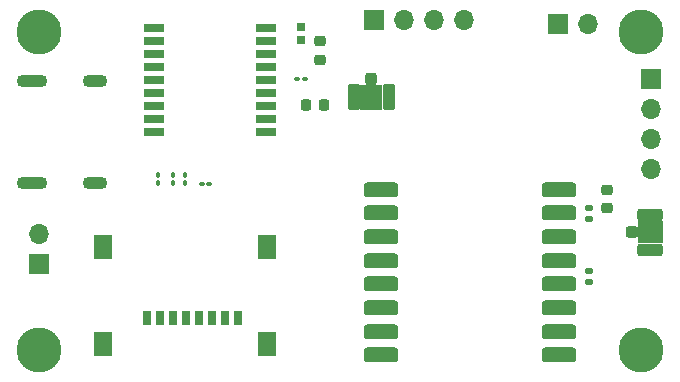
<source format=gbr>
%TF.GenerationSoftware,KiCad,Pcbnew,8.0.6*%
%TF.CreationDate,2024-11-04T20:58:39-05:00*%
%TF.ProjectId,VanguardFlightComputer,56616e67-7561-4726-9446-6c6967687443,rev?*%
%TF.SameCoordinates,Original*%
%TF.FileFunction,Soldermask,Bot*%
%TF.FilePolarity,Negative*%
%FSLAX46Y46*%
G04 Gerber Fmt 4.6, Leading zero omitted, Abs format (unit mm)*
G04 Created by KiCad (PCBNEW 8.0.6) date 2024-11-04 20:58:39*
%MOMM*%
%LPD*%
G01*
G04 APERTURE LIST*
G04 Aperture macros list*
%AMRoundRect*
0 Rectangle with rounded corners*
0 $1 Rounding radius*
0 $2 $3 $4 $5 $6 $7 $8 $9 X,Y pos of 4 corners*
0 Add a 4 corners polygon primitive as box body*
4,1,4,$2,$3,$4,$5,$6,$7,$8,$9,$2,$3,0*
0 Add four circle primitives for the rounded corners*
1,1,$1+$1,$2,$3*
1,1,$1+$1,$4,$5*
1,1,$1+$1,$6,$7*
1,1,$1+$1,$8,$9*
0 Add four rect primitives between the rounded corners*
20,1,$1+$1,$2,$3,$4,$5,0*
20,1,$1+$1,$4,$5,$6,$7,0*
20,1,$1+$1,$6,$7,$8,$9,0*
20,1,$1+$1,$8,$9,$2,$3,0*%
G04 Aperture macros list end*
%ADD10R,1.700000X1.700000*%
%ADD11O,1.700000X1.700000*%
%ADD12R,0.800000X1.200000*%
%ADD13R,1.500000X2.000000*%
%ADD14R,1.800000X0.700000*%
%ADD15R,1.800000X0.800000*%
%ADD16R,0.650000X0.700000*%
%ADD17C,2.600000*%
%ADD18C,3.800000*%
%ADD19O,2.100000X1.100000*%
%ADD20O,2.600000X1.100000*%
%ADD21RoundRect,0.250000X-0.250000X0.275000X-0.250000X-0.275000X0.250000X-0.275000X0.250000X0.275000X0*%
%ADD22RoundRect,0.250000X-0.275000X0.850000X-0.275000X-0.850000X0.275000X-0.850000X0.275000X0.850000X0*%
%ADD23RoundRect,0.140000X-0.170000X0.140000X-0.170000X-0.140000X0.170000X-0.140000X0.170000X0.140000X0*%
%ADD24RoundRect,0.100000X0.100000X-0.130000X0.100000X0.130000X-0.100000X0.130000X-0.100000X-0.130000X0*%
%ADD25RoundRect,0.225000X-0.250000X0.225000X-0.250000X-0.225000X0.250000X-0.225000X0.250000X0.225000X0*%
%ADD26RoundRect,0.100000X-0.130000X-0.100000X0.130000X-0.100000X0.130000X0.100000X-0.130000X0.100000X0*%
%ADD27RoundRect,0.225000X-0.225000X-0.250000X0.225000X-0.250000X0.225000X0.250000X-0.225000X0.250000X0*%
%ADD28RoundRect,0.250000X-0.850000X-0.275000X0.850000X-0.275000X0.850000X0.275000X-0.850000X0.275000X0*%
%ADD29RoundRect,0.250000X-0.275000X-0.250000X0.275000X-0.250000X0.275000X0.250000X-0.275000X0.250000X0*%
%ADD30RoundRect,0.317500X-1.157500X-0.317500X1.157500X-0.317500X1.157500X0.317500X-1.157500X0.317500X0*%
%ADD31RoundRect,0.140000X0.170000X-0.140000X0.170000X0.140000X-0.170000X0.140000X-0.170000X-0.140000X0*%
%ADD32RoundRect,0.100000X-0.100000X0.130000X-0.100000X-0.130000X0.100000X-0.130000X0.100000X0.130000X0*%
%ADD33RoundRect,0.100000X0.130000X0.100000X-0.130000X0.100000X-0.130000X-0.100000X0.130000X-0.100000X0*%
G04 APERTURE END LIST*
%TO.C,J3*%
G36*
X119585000Y-82535000D02*
G01*
X121465000Y-82535000D01*
X121465000Y-84625000D01*
X119585000Y-84625000D01*
X119585000Y-82535000D01*
G37*
%TO.C,J4*%
G36*
X143135000Y-95940000D02*
G01*
X145225000Y-95940000D01*
X145225000Y-94060000D01*
X143135000Y-94060000D01*
X143135000Y-95940000D01*
G37*
%TD*%
D10*
%TO.C,J8*%
X92400000Y-97675000D03*
D11*
X92400000Y-95135000D03*
%TD*%
D12*
%TO.C,J2*%
X101525000Y-102250000D03*
X102625000Y-102250000D03*
X103725000Y-102250000D03*
X104825000Y-102250000D03*
X105925000Y-102250000D03*
X107025000Y-102250000D03*
X108125000Y-102250000D03*
X109225000Y-102250000D03*
D13*
X111695000Y-104450000D03*
X97805000Y-104450000D03*
X97805000Y-96250000D03*
X111695000Y-96250000D03*
%TD*%
D14*
%TO.C,IC3*%
X102100000Y-86500000D03*
D15*
X102100000Y-85400000D03*
X102100000Y-84300000D03*
X102100000Y-83200000D03*
X102100000Y-82100000D03*
X102100000Y-81000000D03*
X102100000Y-79900000D03*
X102100000Y-78800000D03*
D14*
X102100000Y-77700000D03*
X111600000Y-77700000D03*
D15*
X111600000Y-78800000D03*
X111600000Y-79900000D03*
X111600000Y-81000000D03*
X111600000Y-82100000D03*
X111600000Y-83200000D03*
X111600000Y-84300000D03*
X111600000Y-85400000D03*
D14*
X111600000Y-86500000D03*
%TD*%
D16*
%TO.C,D2*%
X114600000Y-77650000D03*
X114600000Y-78750000D03*
%TD*%
D10*
%TO.C,J7*%
X120780000Y-77000000D03*
D11*
X123320000Y-77000000D03*
X125860000Y-77000000D03*
X128400000Y-77000000D03*
%TD*%
D10*
%TO.C,J6*%
X136325000Y-77400000D03*
D11*
X138865000Y-77400000D03*
%TD*%
%TO.C,J5*%
X144200000Y-89620000D03*
X144200000Y-87080000D03*
X144200000Y-84540000D03*
D10*
X144200000Y-82000000D03*
%TD*%
D17*
%TO.C,H5*%
X143400000Y-78000000D03*
D18*
X143400000Y-78000000D03*
%TD*%
D17*
%TO.C,H6*%
X92400000Y-105000000D03*
D18*
X92400000Y-105000000D03*
%TD*%
%TO.C,H1*%
X92400000Y-78000000D03*
D17*
X92400000Y-78000000D03*
%TD*%
D18*
%TO.C,H7*%
X143400000Y-105000000D03*
D17*
X143400000Y-105000000D03*
%TD*%
D19*
%TO.C,J1*%
X97134052Y-82180000D03*
D20*
X91774052Y-82180000D03*
D19*
X97134052Y-90820000D03*
D20*
X91774052Y-90820000D03*
%TD*%
D21*
%TO.C,J3*%
X120525000Y-82000000D03*
D22*
X122000000Y-83525000D03*
X119050000Y-83525000D03*
%TD*%
D23*
%TO.C,C39*%
X139000000Y-92920000D03*
X139000000Y-93880000D03*
%TD*%
D24*
%TO.C,C28*%
X104750000Y-90820000D03*
X104750000Y-90180000D03*
%TD*%
D25*
%TO.C,FB2*%
X116200000Y-78825000D03*
X116200000Y-80375000D03*
%TD*%
D26*
%TO.C,R6*%
X106194154Y-90893046D03*
X106834154Y-90893046D03*
%TD*%
D27*
%TO.C,C29*%
X115025000Y-84200000D03*
X116575000Y-84200000D03*
%TD*%
D28*
%TO.C,J4*%
X144125000Y-96475000D03*
X144125000Y-93525000D03*
D29*
X142600000Y-95000000D03*
%TD*%
D30*
%TO.C,U7*%
X121400000Y-105400000D03*
X121400000Y-103400000D03*
X121400000Y-101400000D03*
X121400000Y-99400000D03*
X121400000Y-97400000D03*
X121400000Y-95400000D03*
X121400000Y-93400000D03*
X121400000Y-91400000D03*
X136450000Y-91400000D03*
X136450000Y-93400000D03*
X136450000Y-95400000D03*
X136450000Y-97400000D03*
X136450000Y-99400000D03*
X136450000Y-101400000D03*
X136450000Y-103400000D03*
X136450000Y-105400000D03*
%TD*%
D25*
%TO.C,FB3*%
X140500000Y-91425000D03*
X140500000Y-92975000D03*
%TD*%
D31*
%TO.C,C38*%
X139000000Y-99230000D03*
X139000000Y-98270000D03*
%TD*%
D32*
%TO.C,R5*%
X103750000Y-90180000D03*
X103750000Y-90820000D03*
%TD*%
D33*
%TO.C,R7*%
X114920000Y-82000000D03*
X114280000Y-82000000D03*
%TD*%
D32*
%TO.C,R4*%
X102500000Y-90180000D03*
X102500000Y-90820000D03*
%TD*%
M02*

</source>
